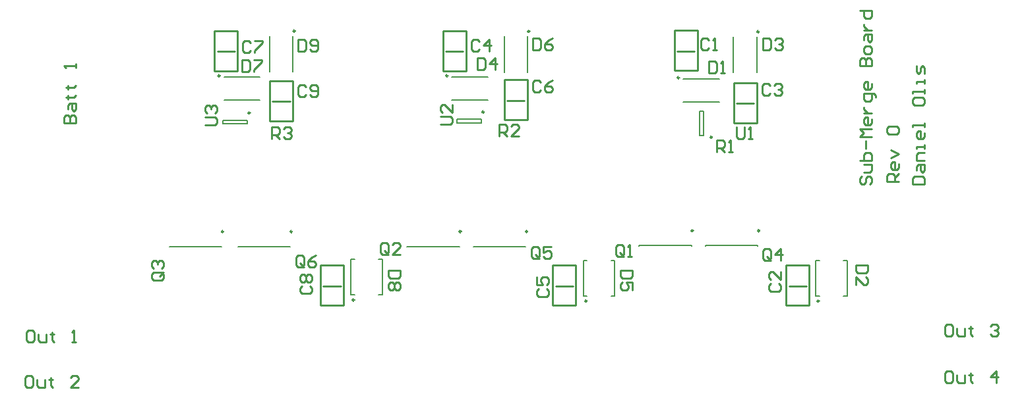
<source format=gto>
G04*
G04 #@! TF.GenerationSoftware,Altium Limited,Altium Designer,18.1.6 (161)*
G04*
G04 Layer_Color=65535*
%FSLAX24Y24*%
%MOIN*%
G70*
G01*
G75*
%ADD10C,0.0098*%
%ADD11C,0.0079*%
%ADD12C,0.0100*%
D10*
X19334Y34011D02*
G03*
X19334Y34011I-49J0D01*
G01*
X22330Y20389D02*
G03*
X22330Y20389I-49J0D01*
G01*
X17058Y29865D02*
G03*
X17058Y29865I-49J0D01*
G01*
X19187Y23850D02*
G03*
X19187Y23850I-49J0D01*
G01*
X38760Y31650D02*
G03*
X38760Y31650I-49J0D01*
G01*
X45830Y20331D02*
G03*
X45830Y20331I-49J0D01*
G01*
X42787Y33976D02*
G03*
X42787Y33976I-49J0D01*
G01*
X27060Y31750D02*
G03*
X27060Y31750I-49J0D01*
G01*
X34080Y20334D02*
G03*
X34080Y20334I-49J0D01*
G01*
X31194Y34002D02*
G03*
X31194Y34002I-49J0D01*
G01*
X15538Y31750D02*
G03*
X15538Y31750I-49J0D01*
G01*
X39463Y23900D02*
G03*
X39463Y23900I-49J0D01*
G01*
X27732Y23860D02*
G03*
X27732Y23860I-49J0D01*
G01*
X15715Y23850D02*
G03*
X15715Y23850I-49J0D01*
G01*
X40410Y28631D02*
G03*
X40410Y28631I-49J0D01*
G01*
X28884Y29910D02*
G03*
X28884Y29910I-49J0D01*
G01*
X42815Y23900D02*
G03*
X42815Y23900I-49J0D01*
G01*
X31083Y23854D02*
G03*
X31083Y23854I-49J0D01*
G01*
D11*
X19226Y31944D02*
Y33756D01*
X18045Y31944D02*
Y33756D01*
X23560Y22456D02*
X23737D01*
X23560Y20644D02*
X23737D01*
X22163Y22456D02*
X22340D01*
X22163Y20644D02*
X22340D01*
X23737D02*
Y22456D01*
X22163Y20644D02*
Y22456D01*
X16910Y29304D02*
Y29501D01*
X15690Y29304D02*
Y29501D01*
X16910D01*
X15690Y29304D02*
X16910D01*
X19093Y23082D02*
Y23092D01*
X16455D02*
X19093D01*
X16455Y23082D02*
Y23092D01*
X38967Y31591D02*
X40778D01*
X38967Y30409D02*
X40778D01*
X47060Y22398D02*
X47237D01*
X47060Y20587D02*
X47237D01*
X45663Y22398D02*
X45840D01*
X45663Y20587D02*
X45840D01*
X47237D02*
Y22398D01*
X45663Y20587D02*
Y22398D01*
X41497Y31909D02*
Y33720D01*
X42678Y31909D02*
Y33720D01*
X27267Y31691D02*
X29078D01*
X27267Y30509D02*
X29078D01*
X33913Y20590D02*
Y22401D01*
X35487Y20590D02*
Y22401D01*
X33913Y20590D02*
X34090D01*
X33913Y22401D02*
X34090D01*
X35310Y20590D02*
X35487D01*
X35310Y22401D02*
X35487D01*
X31086Y31935D02*
Y33746D01*
X29905Y31935D02*
Y33746D01*
X15744Y31691D02*
X17556D01*
X15744Y30509D02*
X17556D01*
X39369Y23132D02*
Y23142D01*
X36731D02*
X39369D01*
X36731Y23132D02*
Y23142D01*
X27637Y23092D02*
Y23102D01*
X25000D02*
X27637D01*
X25000Y23092D02*
Y23102D01*
X15620Y23082D02*
Y23092D01*
X12983D02*
X15620D01*
X12983Y23082D02*
Y23092D01*
X39799Y28730D02*
X39996D01*
X39799Y29950D02*
X39996D01*
Y28730D02*
Y29950D01*
X39799Y28730D02*
Y29950D01*
X27516Y29349D02*
X28736D01*
X27516Y29546D02*
X28736D01*
X27516Y29349D02*
Y29546D01*
X28736Y29349D02*
Y29546D01*
X42720Y23132D02*
Y23142D01*
X40083D02*
X42720D01*
X40083Y23132D02*
Y23142D01*
X30989Y23087D02*
Y23097D01*
X28351D02*
X30989D01*
X28351Y23087D02*
Y23097D01*
D12*
X18190Y30443D02*
X19072D01*
X18053Y31494D02*
X19218D01*
X18053Y29458D02*
Y31494D01*
Y29458D02*
X19218D01*
Y31494D01*
X39668Y32010D02*
Y34046D01*
X38503Y32010D02*
X39668D01*
X38503D02*
Y34046D01*
X39668D01*
X38640Y32994D02*
X39522D01*
X45333Y20116D02*
Y22152D01*
X44167Y20116D02*
X45333D01*
X44167D02*
Y22152D01*
X45333D01*
X44305Y21100D02*
X45187D01*
X42670Y29360D02*
Y31396D01*
X41505Y29360D02*
X42670D01*
X41505D02*
Y31396D01*
X42670D01*
X41643Y30344D02*
X42525D01*
X26940Y32983D02*
X27822D01*
X26803Y34034D02*
X27968D01*
X26803Y31998D02*
Y34034D01*
Y31998D02*
X27968D01*
Y34034D01*
X32505Y21100D02*
X33387D01*
X32367Y22152D02*
X33533D01*
X32367Y20116D02*
Y22152D01*
Y20116D02*
X33533D01*
Y22152D01*
X30050Y30494D02*
X30932D01*
X29913Y31546D02*
X31078D01*
X29913Y29510D02*
Y31546D01*
Y29510D02*
X31078D01*
Y31546D01*
X15405Y32971D02*
X16287D01*
X15267Y34022D02*
X16433D01*
X15267Y31986D02*
Y34022D01*
Y31986D02*
X16433D01*
Y34022D01*
X20755Y21094D02*
X21637D01*
X20617Y22146D02*
X21783D01*
X20617Y20110D02*
Y22146D01*
Y20110D02*
X21783D01*
Y22146D01*
X52500Y16800D02*
X52300D01*
X52200Y16700D01*
Y16300D01*
X52300Y16200D01*
X52500D01*
X52600Y16300D01*
Y16700D01*
X52500Y16800D01*
X52800Y16600D02*
Y16300D01*
X52900Y16200D01*
X53200D01*
Y16600D01*
X53500Y16700D02*
Y16600D01*
X53400D01*
X53600D01*
X53500D01*
Y16300D01*
X53600Y16200D01*
X54799D02*
Y16800D01*
X54499Y16500D01*
X54899D01*
X52500Y19150D02*
X52300D01*
X52200Y19050D01*
Y18650D01*
X52300Y18550D01*
X52500D01*
X52600Y18650D01*
Y19050D01*
X52500Y19150D01*
X52800Y18950D02*
Y18650D01*
X52900Y18550D01*
X53200D01*
Y18950D01*
X53500Y19050D02*
Y18950D01*
X53400D01*
X53600D01*
X53500D01*
Y18650D01*
X53600Y18550D01*
X54499Y19050D02*
X54599Y19150D01*
X54799D01*
X54899Y19050D01*
Y18950D01*
X54799Y18850D01*
X54699D01*
X54799D01*
X54899Y18750D01*
Y18650D01*
X54799Y18550D01*
X54599D01*
X54499Y18650D01*
X50550Y26250D02*
X51150D01*
Y26550D01*
X51050Y26650D01*
X50650D01*
X50550Y26550D01*
Y26250D01*
X50750Y26950D02*
Y27150D01*
X50850Y27250D01*
X51150D01*
Y26950D01*
X51050Y26850D01*
X50950Y26950D01*
Y27250D01*
X51150Y27450D02*
X50750D01*
Y27750D01*
X50850Y27849D01*
X51150D01*
Y28049D02*
Y28249D01*
Y28149D01*
X50750D01*
Y28049D01*
X51150Y28849D02*
Y28649D01*
X51050Y28549D01*
X50850D01*
X50750Y28649D01*
Y28849D01*
X50850Y28949D01*
X50950D01*
Y28549D01*
X51150Y29149D02*
Y29349D01*
Y29249D01*
X50550D01*
Y29149D01*
Y30549D02*
Y30349D01*
X50650Y30249D01*
X51050D01*
X51150Y30349D01*
Y30549D01*
X51050Y30649D01*
X50650D01*
X50550Y30549D01*
X51150Y30849D02*
Y31048D01*
Y30948D01*
X50550D01*
Y30849D01*
X51150Y31348D02*
Y31548D01*
Y31448D01*
X50750D01*
Y31348D01*
X51150Y31848D02*
Y32148D01*
X51050Y32248D01*
X50950Y32148D01*
Y31948D01*
X50850Y31848D01*
X50750Y31948D01*
Y32248D01*
X49850Y26380D02*
X49250D01*
Y26680D01*
X49350Y26780D01*
X49550D01*
X49650Y26680D01*
Y26380D01*
Y26580D02*
X49850Y26780D01*
Y27280D02*
Y27080D01*
X49750Y26980D01*
X49550D01*
X49450Y27080D01*
Y27280D01*
X49550Y27380D01*
X49650D01*
Y26980D01*
X49450Y27580D02*
X49850Y27780D01*
X49450Y27979D01*
X49350Y28779D02*
X49250Y28879D01*
Y29079D01*
X49350Y29179D01*
X49750D01*
X49850Y29079D01*
Y28879D01*
X49750Y28779D01*
X49350D01*
X48000Y26650D02*
X47900Y26550D01*
Y26350D01*
X48000Y26250D01*
X48100D01*
X48200Y26350D01*
Y26550D01*
X48300Y26650D01*
X48400D01*
X48500Y26550D01*
Y26350D01*
X48400Y26250D01*
X48100Y26850D02*
X48400D01*
X48500Y26950D01*
Y27250D01*
X48100D01*
X47900Y27450D02*
X48500D01*
Y27750D01*
X48400Y27849D01*
X48300D01*
X48200D01*
X48100Y27750D01*
Y27450D01*
X48200Y28049D02*
Y28449D01*
X48500Y28649D02*
X47900D01*
X48100Y28849D01*
X47900Y29049D01*
X48500D01*
Y29549D02*
Y29349D01*
X48400Y29249D01*
X48200D01*
X48100Y29349D01*
Y29549D01*
X48200Y29649D01*
X48300D01*
Y29249D01*
X48100Y29849D02*
X48500D01*
X48300D01*
X48200Y29949D01*
X48100Y30049D01*
Y30149D01*
X48700Y30649D02*
Y30749D01*
X48600Y30849D01*
X48100D01*
Y30549D01*
X48200Y30449D01*
X48400D01*
X48500Y30549D01*
Y30849D01*
Y31348D02*
Y31148D01*
X48400Y31048D01*
X48200D01*
X48100Y31148D01*
Y31348D01*
X48200Y31448D01*
X48300D01*
Y31048D01*
X47900Y32248D02*
X48500D01*
Y32548D01*
X48400Y32648D01*
X48300D01*
X48200Y32548D01*
Y32248D01*
Y32548D01*
X48100Y32648D01*
X48000D01*
X47900Y32548D01*
Y32248D01*
X48500Y32948D02*
Y33148D01*
X48400Y33248D01*
X48200D01*
X48100Y33148D01*
Y32948D01*
X48200Y32848D01*
X48400D01*
X48500Y32948D01*
X48100Y33548D02*
Y33748D01*
X48200Y33848D01*
X48500D01*
Y33548D01*
X48400Y33448D01*
X48300Y33548D01*
Y33848D01*
X48100Y34047D02*
X48500D01*
X48300D01*
X48200Y34147D01*
X48100Y34247D01*
Y34347D01*
X47900Y35047D02*
X48500D01*
Y34747D01*
X48400Y34647D01*
X48200D01*
X48100Y34747D01*
Y35047D01*
X6000Y16550D02*
X5800D01*
X5700Y16450D01*
Y16050D01*
X5800Y15950D01*
X6000D01*
X6100Y16050D01*
Y16450D01*
X6000Y16550D01*
X6300Y16350D02*
Y16050D01*
X6400Y15950D01*
X6700D01*
Y16350D01*
X7000Y16450D02*
Y16350D01*
X6900D01*
X7100D01*
X7000D01*
Y16050D01*
X7100Y15950D01*
X8399D02*
X7999D01*
X8399Y16350D01*
Y16450D01*
X8299Y16550D01*
X8099D01*
X7999Y16450D01*
X7650Y29340D02*
X8250D01*
Y29640D01*
X8150Y29740D01*
X8050D01*
X7950Y29640D01*
Y29340D01*
Y29640D01*
X7850Y29740D01*
X7750D01*
X7650Y29640D01*
Y29340D01*
X7850Y30040D02*
Y30240D01*
X7950Y30340D01*
X8250D01*
Y30040D01*
X8150Y29940D01*
X8050Y30040D01*
Y30340D01*
X7750Y30640D02*
X7850D01*
Y30540D01*
Y30740D01*
Y30640D01*
X8150D01*
X8250Y30740D01*
X7750Y31139D02*
X7850D01*
Y31039D01*
Y31239D01*
Y31139D01*
X8150D01*
X8250Y31239D01*
Y32139D02*
Y32339D01*
Y32239D01*
X7650D01*
X7750Y32139D01*
X6050Y18850D02*
X5850D01*
X5750Y18750D01*
Y18350D01*
X5850Y18250D01*
X6050D01*
X6150Y18350D01*
Y18750D01*
X6050Y18850D01*
X6350Y18650D02*
Y18350D01*
X6450Y18250D01*
X6750D01*
Y18650D01*
X7050Y18750D02*
Y18650D01*
X6950D01*
X7150D01*
X7050D01*
Y18350D01*
X7150Y18250D01*
X8049D02*
X8249D01*
X8149D01*
Y18850D01*
X8049Y18750D01*
X19800Y22150D02*
Y22550D01*
X19700Y22650D01*
X19500D01*
X19400Y22550D01*
Y22150D01*
X19500Y22050D01*
X19700D01*
X19600Y22250D02*
X19800Y22050D01*
X19700D02*
X19800Y22150D01*
X20400Y22650D02*
X20200Y22550D01*
X20000Y22350D01*
Y22150D01*
X20100Y22050D01*
X20300D01*
X20400Y22150D01*
Y22250D01*
X20300Y22350D01*
X20000D01*
X31700Y22600D02*
Y23000D01*
X31600Y23100D01*
X31400D01*
X31300Y23000D01*
Y22600D01*
X31400Y22500D01*
X31600D01*
X31500Y22700D02*
X31700Y22500D01*
X31600D02*
X31700Y22600D01*
X32300Y23100D02*
X31900D01*
Y22800D01*
X32100Y22900D01*
X32200D01*
X32300Y22800D01*
Y22600D01*
X32200Y22500D01*
X32000D01*
X31900Y22600D01*
X43400Y22500D02*
Y22900D01*
X43300Y23000D01*
X43100D01*
X43000Y22900D01*
Y22500D01*
X43100Y22400D01*
X43300D01*
X43200Y22600D02*
X43400Y22400D01*
X43300D02*
X43400Y22500D01*
X43900Y22400D02*
Y23000D01*
X43600Y22700D01*
X44000D01*
X14800Y29250D02*
X15300D01*
X15400Y29350D01*
Y29550D01*
X15300Y29650D01*
X14800D01*
X14900Y29850D02*
X14800Y29950D01*
Y30150D01*
X14900Y30250D01*
X15000D01*
X15100Y30150D01*
Y30050D01*
Y30150D01*
X15200Y30250D01*
X15300D01*
X15400Y30150D01*
Y29950D01*
X15300Y29850D01*
X26700Y29300D02*
X27200D01*
X27300Y29400D01*
Y29600D01*
X27200Y29700D01*
X26700D01*
X27300Y30300D02*
Y29900D01*
X26900Y30300D01*
X26800D01*
X26700Y30200D01*
Y30000D01*
X26800Y29900D01*
X41650Y29150D02*
Y28650D01*
X41750Y28550D01*
X41950D01*
X42050Y28650D01*
Y29150D01*
X42250Y28550D02*
X42450D01*
X42350D01*
Y29150D01*
X42250Y29050D01*
X18150Y28550D02*
Y29150D01*
X18450D01*
X18550Y29050D01*
Y28850D01*
X18450Y28750D01*
X18150D01*
X18350D02*
X18550Y28550D01*
X18750Y29050D02*
X18850Y29150D01*
X19050D01*
X19150Y29050D01*
Y28950D01*
X19050Y28850D01*
X18950D01*
X19050D01*
X19150Y28750D01*
Y28650D01*
X19050Y28550D01*
X18850D01*
X18750Y28650D01*
X29640Y28680D02*
Y29280D01*
X29940D01*
X30040Y29180D01*
Y28980D01*
X29940Y28880D01*
X29640D01*
X29840D02*
X30040Y28680D01*
X30640D02*
X30240D01*
X30640Y29080D01*
Y29180D01*
X30540Y29280D01*
X30340D01*
X30240Y29180D01*
X40660Y27900D02*
Y28500D01*
X40960D01*
X41060Y28400D01*
Y28200D01*
X40960Y28100D01*
X40660D01*
X40860D02*
X41060Y27900D01*
X41260D02*
X41460D01*
X41360D01*
Y28500D01*
X41260Y28400D01*
X12600Y21800D02*
X12200D01*
X12100Y21700D01*
Y21500D01*
X12200Y21400D01*
X12600D01*
X12700Y21500D01*
Y21700D01*
X12500Y21600D02*
X12700Y21800D01*
Y21700D02*
X12600Y21800D01*
X12200Y22000D02*
X12100Y22100D01*
Y22300D01*
X12200Y22400D01*
X12300D01*
X12400Y22300D01*
Y22200D01*
Y22300D01*
X12500Y22400D01*
X12600D01*
X12700Y22300D01*
Y22100D01*
X12600Y22000D01*
X24050Y22800D02*
Y23200D01*
X23950Y23300D01*
X23750D01*
X23650Y23200D01*
Y22800D01*
X23750Y22700D01*
X23950D01*
X23850Y22900D02*
X24050Y22700D01*
X23950D02*
X24050Y22800D01*
X24650Y22700D02*
X24250D01*
X24650Y23100D01*
Y23200D01*
X24550Y23300D01*
X24350D01*
X24250Y23200D01*
X35950Y22700D02*
Y23100D01*
X35850Y23200D01*
X35650D01*
X35550Y23100D01*
Y22700D01*
X35650Y22600D01*
X35850D01*
X35750Y22800D02*
X35950Y22600D01*
X35850D02*
X35950Y22700D01*
X36150Y22600D02*
X36350D01*
X36250D01*
Y23200D01*
X36150Y23100D01*
X19500Y33580D02*
Y32980D01*
X19800D01*
X19900Y33080D01*
Y33480D01*
X19800Y33580D01*
X19500D01*
X20100Y33080D02*
X20200Y32980D01*
X20400D01*
X20500Y33080D01*
Y33480D01*
X20400Y33580D01*
X20200D01*
X20100Y33480D01*
Y33380D01*
X20200Y33280D01*
X20500D01*
X24650Y21900D02*
X24050D01*
Y21600D01*
X24150Y21500D01*
X24550D01*
X24650Y21600D01*
Y21900D01*
X24550Y21300D02*
X24650Y21200D01*
Y21000D01*
X24550Y20900D01*
X24450D01*
X24350Y21000D01*
X24250Y20900D01*
X24150D01*
X24050Y21000D01*
Y21200D01*
X24150Y21300D01*
X24250D01*
X24350Y21200D01*
X24450Y21300D01*
X24550D01*
X24350Y21200D02*
Y21000D01*
X16653Y32550D02*
Y31950D01*
X16952D01*
X17052Y32050D01*
Y32450D01*
X16952Y32550D01*
X16653D01*
X17252D02*
X17652D01*
Y32450D01*
X17252Y32050D01*
Y31950D01*
X31350Y33650D02*
Y33050D01*
X31650D01*
X31750Y33150D01*
Y33550D01*
X31650Y33650D01*
X31350D01*
X32350D02*
X32150Y33550D01*
X31950Y33350D01*
Y33150D01*
X32050Y33050D01*
X32250D01*
X32350Y33150D01*
Y33250D01*
X32250Y33350D01*
X31950D01*
X36400Y21900D02*
X35800D01*
Y21600D01*
X35900Y21500D01*
X36300D01*
X36400Y21600D01*
Y21900D01*
Y20900D02*
Y21300D01*
X36100D01*
X36200Y21100D01*
Y21000D01*
X36100Y20900D01*
X35900D01*
X35800Y21000D01*
Y21200D01*
X35900Y21300D01*
X28553Y32648D02*
Y32048D01*
X28853D01*
X28952Y32148D01*
Y32548D01*
X28853Y32648D01*
X28553D01*
X29452Y32048D02*
Y32648D01*
X29152Y32348D01*
X29552D01*
X43000Y33650D02*
Y33050D01*
X43300D01*
X43400Y33150D01*
Y33550D01*
X43300Y33650D01*
X43000D01*
X43600Y33550D02*
X43700Y33650D01*
X43900D01*
X44000Y33550D01*
Y33450D01*
X43900Y33350D01*
X43800D01*
X43900D01*
X44000Y33250D01*
Y33150D01*
X43900Y33050D01*
X43700D01*
X43600Y33150D01*
X48300Y22142D02*
X47700D01*
Y21842D01*
X47800Y21742D01*
X48200D01*
X48300Y21842D01*
Y22142D01*
X47700Y21143D02*
Y21542D01*
X48100Y21143D01*
X48200D01*
X48300Y21243D01*
Y21443D01*
X48200Y21542D01*
X40238Y32500D02*
Y31900D01*
X40538D01*
X40638Y32000D01*
Y32400D01*
X40538Y32500D01*
X40238D01*
X40838Y31900D02*
X41038D01*
X40938D01*
Y32500D01*
X40838Y32400D01*
X19900Y31180D02*
X19800Y31280D01*
X19600D01*
X19500Y31180D01*
Y30780D01*
X19600Y30680D01*
X19800D01*
X19900Y30780D01*
X20100D02*
X20200Y30680D01*
X20400D01*
X20500Y30780D01*
Y31180D01*
X20400Y31280D01*
X20200D01*
X20100Y31180D01*
Y31080D01*
X20200Y30980D01*
X20500D01*
X19700Y21103D02*
X19600Y21003D01*
Y20804D01*
X19700Y20704D01*
X20100D01*
X20200Y20804D01*
Y21003D01*
X20100Y21103D01*
X19700Y21303D02*
X19600Y21403D01*
Y21603D01*
X19700Y21703D01*
X19800D01*
X19900Y21603D01*
X20000Y21703D01*
X20100D01*
X20200Y21603D01*
Y21403D01*
X20100Y21303D01*
X20000D01*
X19900Y21403D01*
X19800Y21303D01*
X19700D01*
X19900Y21403D02*
Y21603D01*
X17082Y33406D02*
X16983Y33506D01*
X16783D01*
X16683Y33406D01*
Y33006D01*
X16783Y32906D01*
X16983D01*
X17082Y33006D01*
X17282Y33506D02*
X17682D01*
Y33406D01*
X17282Y33006D01*
Y32906D01*
X31762Y31422D02*
X31662Y31522D01*
X31463D01*
X31363Y31422D01*
Y31022D01*
X31463Y30922D01*
X31662D01*
X31762Y31022D01*
X32362Y31522D02*
X32162Y31422D01*
X31962Y31222D01*
Y31022D01*
X32062Y30922D01*
X32262D01*
X32362Y31022D01*
Y31122D01*
X32262Y31222D01*
X31962D01*
X31650Y20956D02*
X31550Y20856D01*
Y20656D01*
X31650Y20556D01*
X32050D01*
X32150Y20656D01*
Y20856D01*
X32050Y20956D01*
X31550Y21556D02*
Y21156D01*
X31850D01*
X31750Y21356D01*
Y21456D01*
X31850Y21556D01*
X32050D01*
X32150Y21456D01*
Y21256D01*
X32050Y21156D01*
X28650Y33500D02*
X28550Y33600D01*
X28350D01*
X28250Y33500D01*
Y33100D01*
X28350Y33000D01*
X28550D01*
X28650Y33100D01*
X29150Y33000D02*
Y33600D01*
X28850Y33300D01*
X29250D01*
X43350Y31252D02*
X43250Y31352D01*
X43050D01*
X42950Y31252D01*
Y30852D01*
X43050Y30752D01*
X43250D01*
X43350Y30852D01*
X43550Y31252D02*
X43650Y31352D01*
X43850D01*
X43950Y31252D01*
Y31152D01*
X43850Y31052D01*
X43750D01*
X43850D01*
X43950Y30952D01*
Y30852D01*
X43850Y30752D01*
X43650D01*
X43550Y30852D01*
X43400Y21208D02*
X43300Y21108D01*
Y20908D01*
X43400Y20808D01*
X43800D01*
X43900Y20908D01*
Y21108D01*
X43800Y21208D01*
X43900Y21807D02*
Y21408D01*
X43500Y21807D01*
X43400D01*
X43300Y21708D01*
Y21508D01*
X43400Y21408D01*
X40250Y33550D02*
X40150Y33650D01*
X39950D01*
X39850Y33550D01*
Y33150D01*
X39950Y33050D01*
X40150D01*
X40250Y33150D01*
X40450Y33050D02*
X40650D01*
X40550D01*
Y33650D01*
X40450Y33550D01*
M02*

</source>
